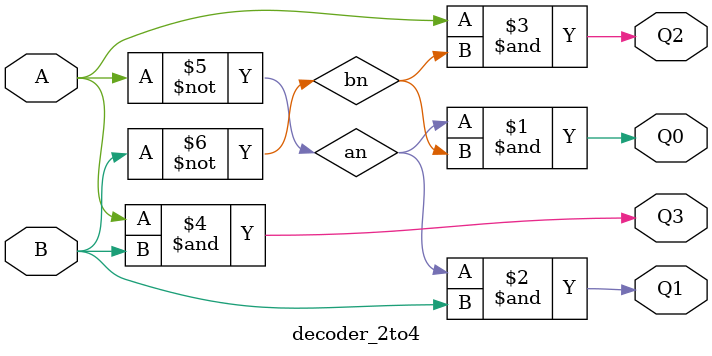
<source format=v>
module decoder_2to4(Q3,Q2,Q1,Q0,A,B);
output Q3,Q2,Q1,Q0;
input B,A;
wire an,bn;
not a1(an,A);
not b1(bn,B);
and and0(Q0,an,bn);
and and1(Q1,an,B);
and and2(Q2,A,bn);
and and3(Q3,A,B);
endmodule
</source>
